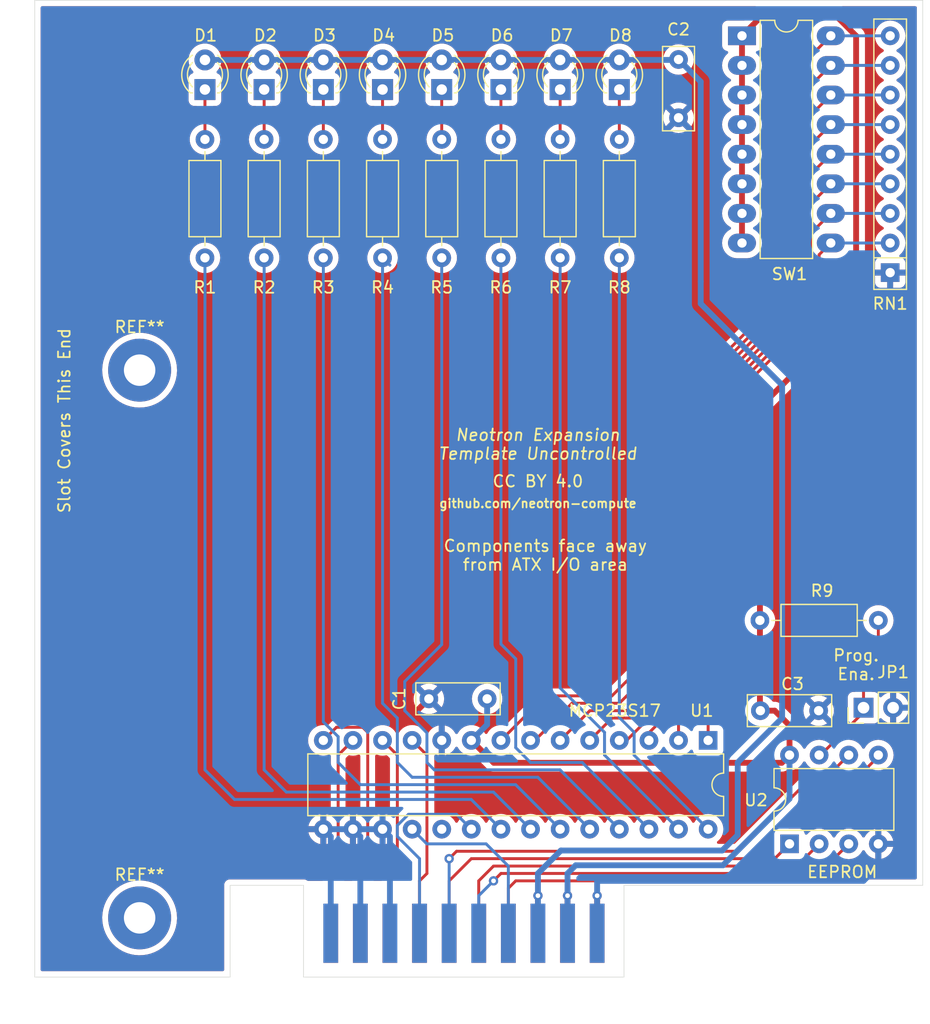
<source format=kicad_pcb>
(kicad_pcb (version 20211014) (generator pcbnew)
  (title_block (title "Neotron Expansion Template") (date "${date}") (rev "${version}") (company "https://neotron-compute.github.io/") (comment 1 "Licenced as CC BY 4.0") (comment 2 "Copyright (c) 2022 The Neotron Developers"))
  (layers (0 "F.Cu" signal) (31 "B.Cu" signal) (34 "B.Paste" user) (35 "F.Paste" user) (36 "B.SilkS" user "B.Silkscreen") (37 "F.SilkS" user "F.Silkscreen") (38 "B.Mask" user) (39 "F.Mask" user) (44 "Edge.Cuts" user))
  (property "date" "2000-01-01")
  (property "version" "Uncontrolled")
  (net 0 "")
  (net 1 "GND")
  (net 2 "+3V3")
  (net 3 "+5V")
  (net 4 "Net-(J1-Pad13)")
  (net 5 "Net-(J1-Pad12)")
  (net 6 "Net-(J1-Pad11)")
  (net 8 "Net-(D1-Pad1)")
  (net 9 "Net-(D2-Pad1)")
  (net 10 "Net-(D3-Pad1)")
  (net 11 "Net-(D4-Pad1)")
  (net 12 "Net-(D5-Pad1)")
  (net 13 "Net-(D6-Pad1)")
  (net 14 "Net-(D7-Pad1)")
  (net 15 "Net-(D8-Pad1)")
  (net 16 "/A0")
  (net 17 "/A1")
  (net 18 "/A2")
  (net 19 "/A3")
  (net 20 "/A4")
  (net 21 "/A5")
  (net 22 "/A6")
  (net 23 "/A7")
  (net 24 "/B7")
  (net 25 "/B6")
  (net 26 "/B5")
  (net 27 "/B4")
  (net 28 "/B3")
  (net 29 "/B2")
  (net 30 "/B1")
  (net 31 "/B0")
  (net 32 "/~{RESET}")
  (net 33 "/SCL")
  (net 34 "/SDA")
  (net 35 "/~{IRQ}")
  (net 36 "/~{CS}")
  (net 37 "/CLK")
  (net 38 "/CIPO")
  (net 39 "/COPI")
  (net 40 "/WP")
  (footprint "LED_THT:LED_D3.0mm" (layer "F.Cu") (at 34.925 27.977998 90)
    (fp_text reference "D1" (at 4.64 0.06 180) (layer "F.SilkS"))
    (fp_text value "LED")
    (pad "1" thru_hole rect locked (at 0 0 90) (size 1.8 1.8) (drill 0.9) (layers *.Cu *.Mask) (net 8 "Net-(D1-Pad1)"))
    (pad "2" thru_hole circle locked (at 2.54 0 90) (size 1.8 1.8) (drill 0.9) (layers *.Cu *.Mask) (net 3 "+5V"))
  )
  (footprint "LED_THT:LED_D3.0mm" (layer "F.Cu") (at 40.005 27.977998 90)
    (fp_text reference "D2" (at 4.64 0.1 180) (layer "F.SilkS"))
    (fp_text value "LED")
    (pad "1" thru_hole rect locked (at 0 0 90) (size 1.8 1.8) (drill 0.9) (layers *.Cu *.Mask) (net 9 "Net-(D2-Pad1)"))
    (pad "2" thru_hole circle locked (at 2.54 0 90) (size 1.8 1.8) (drill 0.9) (layers *.Cu *.Mask) (net 3 "+5V"))
  )
  (footprint "LED_THT:LED_D3.0mm" (layer "F.Cu") (at 45.085 27.977998 90)
    (fp_text reference "D3" (at 4.64 0.1 180) (layer "F.SilkS"))
    (fp_text value "LED")
    (pad "1" thru_hole rect locked (at 0 0 90) (size 1.8 1.8) (drill 0.9) (layers *.Cu *.Mask) (net 10 "Net-(D3-Pad1)"))
    (pad "2" thru_hole circle locked (at 2.54 0 90) (size 1.8 1.8) (drill 0.9) (layers *.Cu *.Mask) (net 3 "+5V"))
  )
  (footprint "LED_THT:LED_D3.0mm" (layer "F.Cu") (at 50.165 27.977998 90)
    (fp_text reference "D4" (at 4.64 0.1 180) (layer "F.SilkS"))
    (fp_text value "LED")
    (pad "1" thru_hole rect locked (at 0 0 90) (size 1.8 1.8) (drill 0.9) (layers *.Cu *.Mask) (net 11 "Net-(D4-Pad1)"))
    (pad "2" thru_hole circle locked (at 2.54 0 90) (size 1.8 1.8) (drill 0.9) (layers *.Cu *.Mask) (net 3 "+5V"))
  )
  (footprint "LED_THT:LED_D3.0mm" (layer "F.Cu") (at 55.245 27.977998 90)
    (fp_text reference "D5" (at 4.64 0.1 180) (layer "F.SilkS"))
    (fp_text value "LED")
    (pad "1" thru_hole rect locked (at 0 0 90) (size 1.8 1.8) (drill 0.9) (layers *.Cu *.Mask) (net 12 "Net-(D5-Pad1)"))
    (pad "2" thru_hole circle locked (at 2.54 0 90) (size 1.8 1.8) (drill 0.9) (layers *.Cu *.Mask) (net 3 "+5V"))
  )
  (footprint "LED_THT:LED_D3.0mm" (layer "F.Cu") (at 60.325 27.977998 90)
    (fp_text reference "D6" (at 4.64 0.1 180) (layer "F.SilkS"))
    (fp_text value "LED")
    (pad "1" thru_hole rect locked (at 0 0 90) (size 1.8 1.8) (drill 0.9) (layers *.Cu *.Mask) (net 13 "Net-(D6-Pad1)"))
    (pad "2" thru_hole circle locked (at 2.54 0 90) (size 1.8 1.8) (drill 0.9) (layers *.Cu *.Mask) (net 3 "+5V"))
  )
  (footprint "LED_THT:LED_D3.0mm" (layer "F.Cu") (at 65.405 27.977998 90)
    (fp_text reference "D7" (at 4.64 0.1 180) (layer "F.SilkS"))
    (fp_text value "LED")
    (pad "1" thru_hole rect locked (at 0 0 90) (size 1.8 1.8) (drill 0.9) (layers *.Cu *.Mask) (net 14 "Net-(D7-Pad1)"))
    (pad "2" thru_hole circle locked (at 2.54 0 90) (size 1.8 1.8) (drill 0.9) (layers *.Cu *.Mask) (net 3 "+5V"))
  )
  (footprint "LED_THT:LED_D3.0mm" (layer "F.Cu") (at 70.485 27.977998 90)
    (fp_text reference "D8" (at 4.64 0.1 180) (layer "F.SilkS"))
    (fp_text value "LED")
    (pad "1" thru_hole rect locked (at 0 0 90) (size 1.8 1.8) (drill 0.9) (layers *.Cu *.Mask) (net 15 "Net-(D8-Pad1)"))
    (pad "2" thru_hole circle locked (at 2.54 0 90) (size 1.8 1.8) (drill 0.9) (layers *.Cu *.Mask) (net 3 "+5V"))
  )
  (footprint "Neotron-Common-Hardware:Neotron-Expansion-Edge" (layer "F.Cu") (at 45.085 97.840013)
    (fp_text reference "J1")
    (fp_text value "Neotron-Expansion-Edge")
    (pad "1" smd rect (at 0.635 2.54) (size 1.27 5.08) (layers "F.Cu" "F.Mask") (net 39 "/COPI"))
    (pad "2" smd rect (at 0.635 2.54) (size 1.27 5.08) (layers "B.Cu" "B.Mask") (net 1 "GND"))
    (pad "3" smd rect (at 3.175 2.54) (size 1.27 5.08) (layers "F.Cu" "F.Mask") (net 38 "/CIPO"))
    (pad "4" smd rect (at 3.175 2.54) (size 1.27 5.08) (layers "B.Cu" "B.Mask") (net 1 "GND"))
    (pad "5" smd rect (at 5.715 2.54) (size 1.27 5.08) (layers "F.Cu" "F.Mask") (net 37 "/CLK"))
    (pad "6" smd rect (at 5.715 2.54) (size 1.27 5.08) (layers "B.Cu" "B.Mask") (net 1 "GND"))
    (pad "7" smd rect (at 8.255 2.54) (size 1.27 5.08) (layers "F.Cu" "F.Mask") (net 36 "/~{CS}"))
    (pad "8" smd rect (at 8.255 2.54) (size 1.27 5.08) (layers "B.Cu" "B.Mask") (net 35 "/~{IRQ}"))
    (pad "9" smd rect (at 10.795 2.54) (size 1.27 5.08) (layers "F.Cu" "F.Mask") (net 34 "/SDA"))
    (pad "10" smd rect (at 10.795 2.54) (size 1.27 5.08) (layers "B.Cu" "B.Mask") (net 33 "/SCL"))
    (pad "11" smd rect (at 13.335 2.54) (size 1.27 5.08) (layers "F.Cu" "F.Mask") (net 6 "Net-(J1-Pad11)"))
    (pad "12" smd rect (at 13.335 2.54) (size 1.27 5.08) (layers "B.Cu" "B.Mask") (net 5 "Net-(J1-Pad12)"))
    (pad "13" smd rect (at 15.875 2.54) (size 1.27 5.08) (layers "F.Cu" "F.Mask") (net 4 "Net-(J1-Pad13)"))
    (pad "14" smd rect (at 15.875 2.54) (size 1.27 5.08) (layers "B.Cu" "B.Mask") (net 32 "/~{RESET}"))
    (pad "15" smd rect (at 18.415 2.54) (size 1.27 5.08) (layers "F.Cu" "F.Mask") (net 3 "+5V"))
    (pad "16" smd rect (at 18.415 2.54) (size 1.27 5.08) (layers "B.Cu" "B.Mask") (net 3 "+5V"))
    (pad "17" smd rect (at 20.955 2.54) (size 1.27 5.08) (layers "F.Cu" "F.Mask") (net 2 "+3V3"))
    (pad "18" smd rect (at 20.955 2.54) (size 1.27 5.08) (layers "B.Cu" "B.Mask") (net 2 "+3V3"))
    (pad "19" smd rect (at 23.495 2.54) (size 1.27 5.08) (layers "F.Cu" "F.Mask") (net 1 "GND"))
    (pad "20" smd rect (at 23.495 2.54) (size 1.27 5.08) (layers "B.Cu" "B.Mask") (net 1 "GND"))
  )
  (footprint "Connector_PinHeader_2.54mm:PinHeader_1x02_P2.54mm_Vertical" (layer "F.Cu") (at 91.44 81.026 90)
    (fp_text reference "JP1" (at 3.048 2.54 180) (layer "F.SilkS"))
    (fp_text value "Two-way Jumper")
    (pad "1" thru_hole rect locked (at 0 0 90) (size 1.7 1.7) (drill 1) (layers *.Cu *.Mask) (net 40 "/WP"))
    (pad "2" thru_hole oval locked (at 0 2.54 90) (size 1.7 1.7) (drill 1) (layers *.Cu *.Mask) (net 1 "GND"))
  )
  (footprint "Resistor_THT:R_Axial_DIN0207_L6.3mm_D2.5mm_P10.16mm_Horizontal" (layer "F.Cu") (at 40.005 42.418 90)
    (fp_text reference "R2" (at -2.54 0 180) (layer "F.SilkS"))
    (fp_text value "330")
    (pad "1" thru_hole circle locked (at 0 0 90) (size 1.6 1.6) (drill 0.8) (layers *.Cu *.Mask) (net 17 "/A1"))
    (pad "2" thru_hole oval locked (at 10.16 0 90) (size 1.6 1.6) (drill 0.8) (layers *.Cu *.Mask) (net 9 "Net-(D2-Pad1)"))
  )
  (footprint "Resistor_THT:R_Axial_DIN0207_L6.3mm_D2.5mm_P10.16mm_Horizontal" (layer "F.Cu") (at 45.085 42.418 90)
    (fp_text reference "R3" (at -2.54 0 180) (layer "F.SilkS"))
    (fp_text value "330")
    (pad "1" thru_hole circle locked (at 0 0 90) (size 1.6 1.6) (drill 0.8) (layers *.Cu *.Mask) (net 18 "/A2"))
    (pad "2" thru_hole oval locked (at 10.16 0 90) (size 1.6 1.6) (drill 0.8) (layers *.Cu *.Mask) (net 10 "Net-(D3-Pad1)"))
  )
  (footprint "Resistor_THT:R_Axial_DIN0207_L6.3mm_D2.5mm_P10.16mm_Horizontal" (layer "F.Cu") (at 55.245 42.418 90)
    (fp_text reference "R5" (at -2.54 0 180) (layer "F.SilkS"))
    (fp_text value "330")
    (pad "1" thru_hole circle locked (at 0 0 90) (size 1.6 1.6) (drill 0.8) (layers *.Cu *.Mask) (net 20 "/A4"))
    (pad "2" thru_hole oval locked (at 10.16 0 90) (size 1.6 1.6) (drill 0.8) (layers *.Cu *.Mask) (net 12 "Net-(D5-Pad1)"))
  )
  (footprint "Package_DIP:DIP-28_W7.62mm" (layer "F.Cu") (at 78.105 83.83 -90)
    (fp_text reference "U1" (at -2.55 1.641 180) (layer "F.SilkS") (effects (justify left)))
    (fp_text value "MCP23S17")
    (pad "1" thru_hole rect locked (at 0 0 270) (size 1.6 1.6) (drill 0.8) (layers *.Cu *.Mask) (net 31 "/B0"))
    (pad "2" thru_hole oval locked (at 0 2.54 270) (size 1.6 1.6) (drill 0.8) (layers *.Cu *.Mask) (net 30 "/B1"))
    (pad "3" thru_hole oval locked (at 0 5.08 270) (size 1.6 1.6) (drill 0.8) (layers *.Cu *.Mask) (net 29 "/B2"))
    (pad "4" thru_hole oval locked (at 0 7.62 270) (size 1.6 1.6) (drill 0.8) (layers *.Cu *.Mask) (net 28 "/B3"))
    (pad "5" thru_hole oval locked (at 0 10.16 270) (size 1.6 1.6) (drill 0.8) (layers *.Cu *.Mask) (net 27 "/B4"))
    (pad "6" thru_hole oval locked (at 0 12.7 270) (size 1.6 1.6) (drill 0.8) (layers *.Cu *.Mask) (net 26 "/B5"))
    (pad "7" thru_hole oval locked (at 0 15.24 270) (size 1.6 1.6) (drill 0.8) (layers *.Cu *.Mask) (net 25 "/B6"))
    (pad "8" thru_hole oval locked (at 0 17.78 270) (size 1.6 1.6) (drill 0.8) (layers *.Cu *.Mask) (net 24 "/B7"))
    (pad "9" thru_hole oval locked (at 0 20.32 270) (size 1.6 1.6) (drill 0.8) (layers *.Cu *.Mask) (net 2 "+3V3"))
    (pad "10" thru_hole oval locked (at 0 22.86 270) (size 1.6 1.6) (drill 0.8) (layers *.Cu *.Mask) (net 1 "GND"))
    (pad "11" thru_hole oval locked (at 0 25.4 270) (size 1.6 1.6) (drill 0.8) (layers *.Cu *.Mask) (net 36 "/~{CS}"))
    (pad "12" thru_hole oval locked (at 0 27.94 270) (size 1.6 1.6) (drill 0.8) (layers *.Cu *.Mask) (net 37 "/CLK"))
    (pad "13" thru_hole oval locked (at 0 30.48 270) (size 1.6 1.6) (drill 0.8) (layers *.Cu *.Mask) (net 39 "/COPI"))
    (pad "14" thru_hole oval locked (at 0 33.02 270) (size 1.6 1.6) (drill 0.8) (layers *.Cu *.Mask) (net 38 "/CIPO"))
    (pad "15" thru_hole oval locked (at 7.62 33.02 270) (size 1.6 1.6) (drill 0.8) (layers *.Cu *.Mask) (net 1 "GND"))
    (pad "16" thru_hole oval locked (at 7.62 30.48 270) (size 1.6 1.6) (drill 0.8) (layers *.Cu *.Mask) (net 1 "GND"))
    (pad "17" thru_hole oval locked (at 7.62 27.94 270) (size 1.6 1.6) (drill 0.8) (layers *.Cu *.Mask) (net 1 "GND"))
    (pad "18" thru_hole oval locked (at 7.62 25.4 270) (size 1.6 1.6) (drill 0.8) (layers *.Cu *.Mask) (net 32 "/~{RESET}"))
    (pad "19" thru_hole oval locked (at 7.62 22.86 270) (size 1.6 1.6) (drill 0.8) (layers *.Cu *.Mask))
    (pad "20" thru_hole oval locked (at 7.62 20.32 270) (size 1.6 1.6) (drill 0.8) (layers *.Cu *.Mask) (net 35 "/~{IRQ}"))
    (pad "21" thru_hole oval locked (at 7.62 17.78 270) (size 1.6 1.6) (drill 0.8) (layers *.Cu *.Mask) (net 16 "/A0"))
    (pad "22" thru_hole oval locked (at 7.62 15.24 270) (size 1.6 1.6) (drill 0.8) (layers *.Cu *.Mask) (net 17 "/A1"))
    (pad "23" thru_hole oval locked (at 7.62 12.7 270) (size 1.6 1.6) (drill 0.8) (layers *.Cu *.Mask) (net 18 "/A2"))
    (pad "24" thru_hole oval locked (at 7.62 10.16 270) (size 1.6 1.6) (drill 0.8) (layers *.Cu *.Mask) (net 19 "/A3"))
    (pad "25" thru_hole oval locked (at 7.62 7.62 270) (size 1.6 1.6) (drill 0.8) (layers *.Cu *.Mask) (net 20 "/A4"))
    (pad "26" thru_hole oval locked (at 7.62 5.08 270) (size 1.6 1.6) (drill 0.8) (layers *.Cu *.Mask) (net 21 "/A5"))
    (pad "27" thru_hole oval locked (at 7.62 2.54 270) (size 1.6 1.6) (drill 0.8) (layers *.Cu *.Mask) (net 22 "/A6"))
    (pad "28" thru_hole oval locked (at 7.62 0 270) (size 1.6 1.6) (drill 0.8) (layers *.Cu *.Mask) (net 23 "/A7"))
  )
  (footprint "Package_DIP:DIP-8_W7.62mm" (layer "F.Cu") (at 85.09 92.71 90)
    (fp_text reference "U2" (at 3.75 -2.88 180) (layer "F.SilkS"))
    (fp_text value "34LC02")
    (pad "1" thru_hole rect locked (at 0 0 90) (size 1.6 1.6) (drill 0.8) (layers *.Cu *.Mask) (net 6 "Net-(J1-Pad11)"))
    (pad "2" thru_hole oval locked (at 0 2.54 90) (size 1.6 1.6) (drill 0.8) (layers *.Cu *.Mask) (net 5 "Net-(J1-Pad12)"))
    (pad "3" thru_hole oval locked (at 0 5.08 90) (size 1.6 1.6) (drill 0.8) (layers *.Cu *.Mask) (net 4 "Net-(J1-Pad13)"))
    (pad "4" thru_hole oval locked (at 0 7.62 90) (size 1.6 1.6) (drill 0.8) (layers *.Cu *.Mask) (net 1 "GND"))
    (pad "5" thru_hole oval locked (at 7.62 7.62 90) (size 1.6 1.6) (drill 0.8) (layers *.Cu *.Mask) (net 34 "/SDA"))
    (pad "6" thru_hole oval locked (at 7.62 5.08 90) (size 1.6 1.6) (drill 0.8) (layers *.Cu *.Mask) (net 33 "/SCL"))
    (pad "7" thru_hole oval locked (at 7.62 2.54 90) (size 1.6 1.6) (drill 0.8) (layers *.Cu *.Mask) (net 40 "/WP"))
    (pad "8" thru_hole oval locked (at 7.62 0 90) (size 1.6 1.6) (drill 0.8) (layers *.Cu *.Mask) (net 2 "+3V3"))
  )
  (footprint "Resistor_THT:R_Axial_DIN0207_L6.3mm_D2.5mm_P10.16mm_Horizontal" (layer "F.Cu") (at 70.485 42.418 90)
    (fp_text reference "R8" (at -2.54 0 180) (layer "F.SilkS"))
    (fp_text value "330")
    (pad "1" thru_hole circle locked (at 0 0 90) (size 1.6 1.6) (drill 0.8) (layers *.Cu *.Mask) (net 23 "/A7"))
    (pad "2" thru_hole oval locked (at 10.16 0 90) (size 1.6 1.6) (drill 0.8) (layers *.Cu *.Mask) (net 15 "Net-(D8-Pad1)"))
  )
  (footprint "Resistor_THT:R_Axial_DIN0207_L6.3mm_D2.5mm_P10.16mm_Horizontal" (layer "F.Cu") (at 60.325 42.418 90)
    (fp_text reference "R6" (at -2.54 0 180) (layer "F.SilkS"))
    (fp_text value "330")
    (pad "1" thru_hole circle locked (at 0 0 90) (size 1.6 1.6) (drill 0.8) (layers *.Cu *.Mask) (net 21 "/A5"))
    (pad "2" thru_hole oval locked (at 10.16 0 90) (size 1.6 1.6) (drill 0.8) (layers *.Cu *.Mask) (net 13 "Net-(D6-Pad1)"))
  )
  (footprint "Capacitor_THT:C_Disc_D7.0mm_W2.5mm_P5.00mm" (layer "F.Cu") (at 75.565 25.4 -90)
    (fp_text reference "C2" (at -2.58 0) (layer "F.SilkS"))
    (fp_text value "100n")
    (pad "1" thru_hole circle locked (at 0 0 270) (size 1.6 1.6) (drill 0.8) (layers *.Cu *.Mask) (net 3 "+5V"))
    (pad "2" thru_hole circle locked (at 5 0 270) (size 1.6 1.6) (drill 0.8) (layers *.Cu *.Mask) (net 1 "GND"))
  )
  (footprint "Capacitor_THT:C_Disc_D7.0mm_W2.5mm_P5.00mm" (layer "F.Cu") (at 82.59 81.28)
    (fp_text reference "C3" (at 2.754 -2.286) (layer "F.SilkS"))
    (fp_text value "100n")
    (pad "1" thru_hole circle locked (at 0 0) (size 1.6 1.6) (drill 0.8) (layers *.Cu *.Mask) (net 2 "+3V3"))
    (pad "2" thru_hole circle locked (at 5 0) (size 1.6 1.6) (drill 0.8) (layers *.Cu *.Mask) (net 1 "GND"))
  )
  (footprint "Resistor_THT:R_Axial_DIN0207_L6.3mm_D2.5mm_P10.16mm_Horizontal" (layer "F.Cu") (at 92.71 73.533 180)
    (fp_text reference "R9" (at 4.826 2.54 180) (layer "F.SilkS"))
    (fp_text value "10k")
    (pad "1" thru_hole circle locked (at 0 0 180) (size 1.6 1.6) (drill 0.8) (layers *.Cu *.Mask) (net 40 "/WP"))
    (pad "2" thru_hole oval locked (at 10.16 0 180) (size 1.6 1.6) (drill 0.8) (layers *.Cu *.Mask) (net 2 "+3V3"))
  )
  (footprint "Resistor_THT:R_Axial_DIN0207_L6.3mm_D2.5mm_P10.16mm_Horizontal" (layer "F.Cu") (at 34.925 42.418 90)
    (fp_text reference "R1" (at -2.54 0 180) (layer "F.SilkS"))
    (fp_text value "330")
    (pad "1" thru_hole circle locked (at 0 0 90) (size 1.6 1.6) (drill 0.8) (layers *.Cu *.Mask) (net 16 "/A0"))
    (pad "2" thru_hole oval locked (at 10.16 0 90) (size 1.6 1.6) (drill 0.8) (layers *.Cu *.Mask) (net 8 "Net-(D1-Pad1)"))
  )
  (footprint "Resistor_THT:R_Axial_DIN0207_L6.3mm_D2.5mm_P10.16mm_Horizontal" (layer "F.Cu") (at 65.405 42.418 90)
    (fp_text reference "R7" (at -2.54 0 180) (layer "F.SilkS"))
    (fp_text value "330")
    (pad "1" thru_hole circle locked (at 0 0 90) (size 1.6 1.6) (drill 0.8) (layers *.Cu *.Mask) (net 22 "/A6"))
    (pad "2" thru_hole oval locked (at 10.16 0 90) (size 1.6 1.6) (drill 0.8) (layers *.Cu *.Mask) (net 14 "Net-(D7-Pad1)"))
  )
  (footprint "Capacitor_THT:C_Disc_D7.0mm_W2.5mm_P5.00mm" (layer "F.Cu") (at 59.142 80.264 180)
    (fp_text reference "C1" (at 7.53999 0 90) (layer "F.SilkS"))
    (fp_text value "100n")
    (pad "1" thru_hole circle locked (at 0 0 180) (size 1.6 1.6) (drill 0.8) (layers *.Cu *.Mask) (net 2 "+3V3"))
    (pad "2" thru_hole circle locked (at 5 0 180) (size 1.6 1.6) (drill 0.8) (layers *.Cu *.Mask) (net 1 "GND"))
  )
  (footprint "Resistor_THT:R_Array_SIP9" (layer "F.Cu") (at 93.726 43.688 90)
    (fp_text reference "RN1" (at -2.667 0 180) (layer "F.SilkS"))
    (fp_text value "10k")
    (pad "1" thru_hole rect locked (at 0 0 90) (size 1.6 1.6) (drill 0.8) (layers *.Cu *.Mask) (net 1 "GND"))
    (pad "2" thru_hole oval locked (at 2.54 0 90) (size 1.6 1.6) (drill 0.8) (layers *.Cu *.Mask) (net 31 "/B0"))
    (pad "3" thru_hole oval locked (at 5.08 0 90) (size 1.6 1.6) (drill 0.8) (layers *.Cu *.Mask) (net 30 "/B1"))
    (pad "4" thru_hole oval locked (at 7.62 0 90) (size 1.6 1.6) (drill 0.8) (layers *.Cu *.Mask) (net 29 "/B2"))
    (pad "5" thru_hole oval locked (at 10.16 0 90) (size 1.6 1.6) (drill 0.8) (layers *.Cu *.Mask) (net 28 "/B3"))
    (pad "6" thru_hole oval locked (at 12.7 0 90) (size 1.6 1.6) (drill 0.8) (layers *.Cu *.Mask) (net 27 "/B4"))
    (pad "7" thru_hole oval locked (at 15.24 0 90) (size 1.6 1.6) (drill 0.8) (layers *.Cu *.Mask) (net 26 "/B5"))
    (pad "8" thru_hole oval locked (at 17.78 0 90) (size 1.6 1.6) (drill 0.8) (layers *.Cu *.Mask) (net 25 "/B6"))
    (pad "9" thru_hole oval locked (at 20.32 0 90) (size 1.6 1.6) (drill 0.8) (layers *.Cu *.Mask) (net 24 "/B7"))
  )
  (footprint "Package_DIP:DIP-16_W7.62mm_LongPads" (layer "F.Cu") (at 81.011 23.368)
    (fp_text reference "SW1" (at 4.079 20.447 180) (layer "F.SilkS"))
    (fp_text value "SW_DIP_x08")
    (pad "1" thru_hole rect locked (at 0 0) (size 2.4 1.6) (drill 0.8) (layers *.Cu *.Mask) (net 2 "+3V3"))
    (pad "2" thru_hole oval locked (at 0 2.54) (size 2.4 1.6) (drill 0.8) (layers *.Cu *.Mask) (net 2 "+3V3"))
    (pad "3" thru_hole oval locked (at 0 5.08) (size 2.4 1.6) (drill 0.8) (layers *.Cu *.Mask) (net 2 "+3V3"))
    (pad "4" thru_hole oval locked (at 0 7.62) (size 2.4 1.6) (drill 0.8) (layers *.Cu *.Mask) (net 2 "+3V3"))
    (pad "5" thru_hole oval locked (at 0 10.16) (size 2.4 1.6) (drill 0.8) (layers *.Cu *.Mask) (net 2 "+3V3"))
    (pad "6" thru_hole oval locked (at 0 12.7) (size 2.4 1.6) (drill 0.8) (layers *.Cu *.Mask) (net 2 "+3V3"))
    (pad "7" thru_hole oval locked (at 0 15.24) (size 2.4 1.6) (drill 0.8) (layers *.Cu *.Mask) (net 2 "+3V3"))
    (pad "8" thru_hole oval locked (at 0 17.78) (size 2.4 1.6) (drill 0.8) (layers *.Cu *.Mask) (net 2 "+3V3"))
    (pad "9" thru_hole oval locked (at 7.62 17.78) (size 2.4 1.6) (drill 0.8) (layers *.Cu *.Mask) (net 31 "/B0"))
    (pad "10" thru_hole oval locked (at 7.62 15.24) (size 2.4 1.6) (drill 0.8) (layers *.Cu *.Mask) (net 30 "/B1"))
    (pad "11" thru_hole oval locked (at 7.62 12.7) (size 2.4 1.6) (drill 0.8) (layers *.Cu *.Mask) (net 29 "/B2"))
    (pad "12" thru_hole oval locked (at 7.62 10.16) (size 2.4 1.6) (drill 0.8) (layers *.Cu *.Mask) (net 28 "/B3"))
    (pad "13" thru_hole oval locked (at 7.62 7.62) (size 2.4 1.6) (drill 0.8) (layers *.Cu *.Mask) (net 27 "/B4"))
    (pad "14" thru_hole oval locked (at 7.62 5.08) (size 2.4 1.6) (drill 0.8) (layers *.Cu *.Mask) (net 26 "/B5"))
    (pad "15" thru_hole oval locked (at 7.62 2.54) (size 2.4 1.6) (drill 0.8) (layers *.Cu *.Mask) (net 25 "/B6"))
    (pad "16" thru_hole oval locked (at 7.62 0) (size 2.4 1.6) (drill 0.8) (layers *.Cu *.Mask) (net 24 "/B7"))
  )
  (footprint "Resistor_THT:R_Axial_DIN0207_L6.3mm_D2.5mm_P10.16mm_Horizontal" (layer "F.Cu") (at 50.165 42.418 90)
    (fp_text reference "R4" (at -2.54 0 180) (layer "F.SilkS"))
    (fp_text value "330")
    (pad "1" thru_hole circle (at 0 0 90) (size 1.6 1.6) (drill 0.8) (layers *.Cu *.Mask) (net 19 "/A3"))
    (pad "2" thru_hole oval (at 10.16 0 90) (size 1.6 1.6) (drill 0.8) (layers *.Cu *.Mask) (net 11 "Net-(D4-Pad1)"))
  )
  (footprint "MountingHole:MountingHole_2.7mm_M2.5_Pad" (layer "F.Cu") (at 29.32 99.06)
    (fp_text reference "REF**" (at 0 -3.7) (layer "F.SilkS"))
    (fp_text value "MountingHole_2.7mm_M2.5_Pad")
    (pad "1" thru_hole circle (at 0 0) (size 5.4 5.4) (drill 2.7) (layers *.Cu *.Mask))
  )
  (footprint "MountingHole:MountingHole_2.7mm_M2.5_Pad" (layer "F.Cu") (at 29.320007 52.06)
    (fp_text reference "REF**" (at 0 -3.7) (layer "F.SilkS"))
    (fp_text value "MountingHole_2.7mm_M2.5_Pad")
    (pad "1" thru_hole circle (at 0 0) (size 5.4 5.4) (drill 2.7) (layers *.Cu *.Mask))
  )
  (gr_line (start 96.52 20.32) (end 20.32 20.32) (layer "Edge.Cuts") (width 0.05))
  (gr_line (start 43.385 104.14) (end 70.885 104.14) (layer "Edge.Cuts") (width 0.05))
  (gr_line (start 37.084 104.14) (end 20.32 104.14) (layer "Edge.Cuts") (width 0.05))
  (gr_line (start 96.52 20.32) (end 96.52 96.266) (layer "Edge.Cuts") (width 0.05))
  (gr_line (start 43.385 104.14) (end 43.385 96.266) (layer "Edge.Cuts") (width 0.05))
  (gr_line (start 70.885 104.14) (end 70.885 96.266) (layer "Edge.Cuts") (width 0.05))
  (gr_line (start 43.385 96.266) (end 37.084 96.266) (layer "Edge.Cuts") (width 0.05))
  (gr_line (start 70.885 96.266) (end 96.52 96.266) (layer "Edge.Cuts") (width 0.05))
  (gr_line (start 20.32 20.32) (end 20.32 104.14) (layer "Edge.Cuts") (width 0.05))
  (gr_line (start 37.084 96.266) (end 37.084 104.14) (layer "Edge.Cuts") (width 0.05))
  (gr_text "CC BY 4.0" (at 63.5 61.595) (layer "F.SilkS") (effects (font (size 1 1))))
  (gr_text "Slot Covers This End" (at 22.86 56.388 90) (layer "F.SilkS") (effects (font (size 1 1))))
  (gr_text "EEPROM" (at 92.71 95.123) (layer "F.SilkS") (effects (font (size 1 1)) (justify right)))
  (gr_text "MCP23S17" (at 66.04 81.28) (layer "F.SilkS") (effects (font (size 1 1)) (justify left)))
  (gr_text "github.com/neotron-compute" (at 63.5 63.5) (layer "F.SilkS") (effects (font (size 0.75 0.75))))
  (gr_text "Components face away\nfrom ATX I/O area" (at 64.135 67.945) (layer "F.SilkS") (effects (font (size 1 1))))
  (gr_text "Neotron Expansion\nTemplate ${version}" (at 63.5 58.42) (layer "F.SilkS") (effects (font (size 1 1) (thickness 0.15) italic)))
  (gr_text "Prog.\nEna." (at 90.805 77.343) (layer "F.SilkS") (effects (font (size 1 1))))
  (segment (start 68.58 97.155) (end 68.58 100.38) (width 0.5) (layer "F.Cu") (net 1))
  (via (at 68.58 97.155) (size 0.8) (drill 0.4) (layers "F.Cu" "B.Cu") (net 1))
  (segment (start 50.8 92.085) (end 50.165 91.45) (width 0.5) (layer "B.Cu") (net 1))
  (segment (start 92.71 94.615) (end 92.71 92.71) (width 0.5) (layer "B.Cu") (net 1))
  (segment (start 91.44 95.885) (end 92.71 94.615) (width 0.5) (layer "B.Cu") (net 1))
  (segment (start 68.58 95.885) (end 91.44 95.885) (width 0.5) (layer "B.Cu") (net 1))
  (segment (start 45.72 92.085) (end 45.085 91.45) (width 0.5) (layer "B.Cu") (net 1))
  (segment (start 68.58 97.155) (end 68.58 95.885) (width 0.5) (layer "B.Cu") (net 1))
  (segment (start 48.26 92.085) (end 47.625 91.45) (width 0.5) (layer "B.Cu") (net 1))
  (segment (start 45.72 100.38) (end 45.72 92.085) (width 0.5) (layer "B.Cu") (net 1))
  (segment (start 48.26 100.38) (end 48.26 92.085) (width 0.5) (layer "B.Cu") (net 1))
  (segment (start 68.58 97.155) (end 68.58 100.38) (width 0.5) (layer "B.Cu") (net 1))
  (segment (start 50.8 100.38) (end 50.8 92.085) (width 0.5) (layer "B.Cu") (net 1))
  (segment (start 89.020088 21.59) (end 82.789 21.59) (width 0.5) (layer "F.Cu") (net 2))
  (segment (start 90.805 46.99) (end 90.805 23.374912) (width 0.5) (layer "F.Cu") (net 2))
  (segment (start 85.09 82.55) (end 83.82 81.28) (width 0.5) (layer "F.Cu") (net 2))
  (segment (start 82.55 74.168) (end 82.55 81.24) (width 0.5) (layer "F.Cu") (net 2))
  (segment (start 59.707991 85.752991) (end 84.427009 85.752991) (width 0.5) (layer "F.Cu") (net 2))
  (segment (start 84.427009 85.752991) (end 85.09 85.09) (width 0.5) (layer "F.Cu") (net 2))
  (segment (start 83.82 81.28) (end 82.59 81.28) (width 0.5) (layer "F.Cu") (net 2))
  (segment (start 82.789 21.59) (end 81.011 23.368) (width 0.5) (layer "F.Cu") (net 2))
  (segment (start 66.04 97.155) (end 66.04 100.38) (width 0.5) (layer "F.Cu") (net 2))
  (segment (start 90.805 23.374912) (end 89.020088 21.59) (width 0.5) (layer "F.Cu") (net 2))
  (segment (start 85.09 85.09) (end 85.09 82.55) (width 0.5) (layer "F.Cu") (net 2))
  (segment (start 82.55 55.245) (end 90.805 46.99) (width 0.5) (layer "F.Cu") (net 2))
  (segment (start 82.55 73.533) (end 82.55 55.245) (width 0.5) (layer "F.Cu") (net 2))
  (segment (start 81.011 23.368) (end 81.011 41.148) (width 0.5) (layer "F.Cu") (net 2))
  (segment (start 57.785 83.83) (end 59.707991 85.752991) (width 0.5) (layer "F.Cu") (net 2))
  (via (at 66.04 97.155) (size 0.8) (drill 0.4) (layers "F.Cu" "B.Cu") (net 2))
  (segment (start 66.04 97.155) (end 66.04 100.38) (width 0.5) (layer "B.Cu") (net 2))
  (segment (start 66.73952 94.55048) (end 79.375 94.55048) (width 0.5) (layer "B.Cu") (net 2))
  (segment (start 66.04 97.155) (end 66.04 95.25) (width 0.5) (layer "B.Cu") (net 2))
  (segment (start 85.09 88.83548) (end 85.09 85.09) (width 0.5) (layer "B.Cu") (net 2))
  (segment (start 59.142 82.473) (end 57.785 83.83) (width 0.5) (layer "B.Cu") (net 2))
  (segment (start 66.04 95.25) (end 66.73952 94.55048) (width 0.5) (layer "B.Cu") (net 2))
  (segment (start 79.375 94.55048) (end 85.09 88.83548) (width 0.5) (layer "B.Cu") (net 2))
  (segment (start 59.142 80.264) (end 59.142 82.473) (width 0.5) (layer "B.Cu") (net 2))
  (segment (start 63.5 97.155) (end 63.5 100.38) (width 0.5) (layer "F.Cu") (net 3))
  (via (at 63.5 97.155) (size 0.8) (drill 0.4) (layers "F.Cu" "B.Cu") (net 3))
  (segment (start 84.455 53.34) (end 77.47 46.355) (width 0.5) (layer "B.Cu") (net 3))
  (segment (start 34.925 25.437998) (end 75.527002 25.437998) (width 0.5) (layer "B.Cu") (net 3))
  (segment (start 63.5 95.25) (end 65.46952 93.28048) (width 0.5) (layer "B.Cu") (net 3))
  (segment (start 65.46952 93.28048) (end 79.31048 93.28048) (width 0.5) (layer "B.Cu") (net 3))
  (segment (start 80.645 85.725) (end 84.455 81.915) (width 0.5) (layer "B.Cu") (net 3))
  (segment (start 80.645 91.94596) (end 80.645 85.725) (width 0.5) (layer "B.Cu") (net 3))
  (segment (start 84.455 81.915) (end 84.455 53.34) (width 0.5) (layer "B.Cu") (net 3))
  (segment (start 77.47 46.355) (end 77.47 44.45) (width 0.5) (layer "B.Cu") (net 3))
  (segment (start 79.31048 93.28048) (end 80.645 91.94596) (width 0.5) (layer "B.Cu") (net 3))
  (segment (start 63.5 97.155) (end 63.5 95.25) (width 0.5) (layer "B.Cu") (net 3))
  (segment (start 77.47 27.305) (end 75.565 25.4) (width 0.5) (layer "B.Cu") (net 3))
  (segment (start 77.47 44.45) (end 77.47 27.305) (width 0.5) (layer "B.Cu") (net 3))
  (segment (start 63.5 97.155) (end 63.5 100.38) (width 0.5) (layer "B.Cu") (net 3))
  (segment (start 86.995 95.885) (end 90.307008 92.572992) (width 0.25) (layer "F.Cu") (net 4))
  (segment (start 60.96 100.38) (end 60.96 96.52) (width 0.25) (layer "F.Cu") (net 4))
  (segment (start 60.96 96.52) (end 61.595 95.885) (width 0.25) (layer "F.Cu") (net 4))
  (segment (start 61.595 95.885) (end 86.995 95.885) (width 0.25) (layer "F.Cu") (net 4))
  (segment (start 87.767008 92.572992) (end 85.09 95.25) (width 0.25) (layer "F.Cu") (net 5))
  (segment (start 85.09 95.25) (end 60.325 95.25) (width 0.25) (layer "F.Cu") (net 5))
  (segment (start 60.325 95.25) (end 59.69 95.885) (width 0.25) (layer "F.Cu") (net 5))
  (via (at 59.69 95.885) (size 0.8) (drill 0.4) (layers "F.Cu" "B.Cu") (net 5))
  (segment (start 58.42 100.38) (end 58.42 97.155) (width 0.25) (layer "B.Cu") (net 5))
  (segment (start 58.42 97.155) (end 59.69 95.885) (width 0.25) (layer "B.Cu") (net 5))
  (segment (start 59.69 94.615) (end 83.185 94.615) (width 0.25) (layer "F.Cu") (net 6))
  (segment (start 83.185 94.615) (end 85.227008 92.572992) (width 0.25) (layer "F.Cu") (net 6))
  (segment (start 58.42 100.38) (end 58.42 95.885) (width 0.25) (layer "F.Cu") (net 6))
  (segment (start 58.42 95.885) (end 59.69 94.615) (width 0.25) (layer "F.Cu") (net 6))
  (segment (start 34.925 27.977998) (end 34.925 32.258) (width 0.25) (layer "F.Cu") (net 8))
  (segment (start 40.005 27.977998) (end 40.005 32.258) (width 0.25) (layer "F.Cu") (net 9))
  (segment (start 45.085 27.977998) (end 45.085 32.258) (width 0.25) (layer "F.Cu") (net 10))
  (segment (start 50.165 27.977998) (end 50.165 32.258) (width 0.25) (layer "F.Cu") (net 11))
  (segment (start 55.245 27.977998) (end 55.245 32.258) (width 0.25) (layer "F.Cu") (net 12))
  (segment (start 60.325 27.977998) (end 60.325 32.258) (width 0.25) (layer "F.Cu") (net 13))
  (segment (start 65.405 27.977998) (end 65.405 32.258) (width 0.25) (layer "F.Cu") (net 14))
  (segment (start 70.485 27.977998) (end 70.485 32.258) (width 0.25) (layer "F.Cu") (net 15))
  (segment (start 57.775 88.9) (end 37.465 88.9) (width 0.25) (layer "B.Cu") (net 16))
  (segment (start 60.325 91.45) (end 57.775 88.9) (width 0.25) (layer "B.Cu") (net 16))
  (segment (start 37.465 88.9) (end 34.925 86.36) (width 0.25) (layer "B.Cu") (net 16))
  (segment (start 34.925 86.36) (end 34.925 42.418) (width 0.25) (layer "B.Cu") (net 16))
  (segment (start 40.005 42.418) (end 40.005 86.36) (width 0.25) (layer "B.Cu") (net 17))
  (segment (start 40.005 86.36) (end 41.91 88.265) (width 0.25) (layer "B.Cu") (net 17))
  (segment (start 41.91 88.265) (end 59.68 88.265) (width 0.25) (layer "B.Cu") (net 17))
  (segment (start 59.68 88.265) (end 62.865 91.45) (width 0.25) (layer "B.Cu") (net 17))
  (segment (start 46.355 83.509009) (end 45.085 82.239009) (width 0.25) (layer "B.Cu") (net 18))
  (segment (start 46.355 85.725) (end 46.355 83.509009) (width 0.25) (layer "B.Cu") (net 18))
  (segment (start 45.085 82.239009) (end 45.085 42.418) (width 0.25) (layer "B.Cu") (net 18))
  (segment (start 48.26 87.63) (end 46.355 85.725) (width 0.25) (layer "B.Cu") (net 18))
  (segment (start 65.405 91.45) (end 61.585 87.63) (width 0.25) (layer "B.Cu") (net 18))
  (segment (start 61.585 87.63) (end 48.26 87.63) (width 0.25) (layer "B.Cu") (net 18))
  (segment (start 50.165 42.418) (end 50.8 43.053) (width 0.25) (layer "B.Cu") (net 19))
  (segment (start 50.165 42.418) (end 50.165 80.645) (width 0.25) (layer "B.Cu") (net 19))
  (segment (start 51.435 81.915) (end 51.435 85.725) (width 0.25) (layer "B.Cu") (net 19))
  (segment (start 50.165 80.645) (end 51.435 81.915) (width 0.25) (layer "B.Cu") (net 19))
  (segment (start 51.435 85.725) (end 52.705 86.995) (width 0.25) (layer "B.Cu") (net 19))
  (segment (start 63.49 86.995) (end 67.945 91.45) (width 0.25) (layer "B.Cu") (net 19))
  (segment (start 52.705 86.995) (end 63.49 86.995) (width 0.25) (layer "B.Cu") (net 19))
  (segment (start 65.395 86.36) (end 70.485 91.45) (width 0.25) (layer "B.Cu") (net 20))
  (segment (start 52.07 81.28) (end 53.975 83.185) (width 0.25) (layer "B.Cu") (net 20))
  (segment (start 55.245 75.6031) (end 52.07 78.7781) (width 0.25) (layer "B.Cu") (net 20))
  (segment (start 53.975 83.185) (end 53.975 85.725) (width 0.25) (layer "B.Cu") (net 20))
  (segment (start 54.61 86.36) (end 65.395 86.36) (width 0.25) (layer "B.Cu") (net 20))
  (segment (start 55.245 42.418) (end 55.245 75.6031) (width 0.25) (layer "B.Cu") (net 20))
  (segment (start 52.07 78.7781) (end 52.07 81.28) (width 0.25) (layer "B.Cu") (net 20))
  (segment (start 53.975 85.725) (end 54.61 86.36) (width 0.25) (layer "B.Cu") (net 20))
  (segment (start 73.025 91.45) (end 67.3 85.725) (width 0.25) (layer "B.Cu") (net 21))
  (segment (start 61.595 84.455) (end 61.595 76.835) (width 0.25) (layer "B.Cu") (net 21))
  (segment (start 60.325 75.565) (end 60.325 42.418) (width 0.25) (layer "B.Cu") (net 21))
  (segment (start 62.865 85.725) (end 61.595 84.455) (width 0.25) (layer "B.Cu") (net 21))
  (segment (start 67.3 85.725) (end 62.865 85.725) (width 0.25) (layer "B.Cu") (net 21))
  (segment (start 61.595 76.835) (end 60.325 75.565) (width 0.25) (layer "B.Cu") (net 21))
  (segment (start 65.405 79.3287) (end 65.405 42.418) (width 0.25) (layer "B.Cu") (net 22))
  (segment (start 69.215 85.09) (end 69.215 83.1387) (width 0.25) (layer "B.Cu") (net 22))
  (segment (start 69.215 83.1387) (end 65.405 79.3287) (width 0.25) (layer "B.Cu") (net 22))
  (segment (start 75.575 91.45) (end 69.215 85.09) (width 0.25) (layer "B.Cu") (net 22))
  (segment (start 71.755 85.1) (end 78.105 91.45) (width 0.25) (layer "B.Cu") (net 23))
  (segment (start 71.755 83.1387) (end 71.755 85.1) (width 0.25) (layer "B.Cu") (net 23))
  (segment (start 70.485 42.418) (end 70.485 81.8687) (width 0.25) (layer "B.Cu") (net 23))
  (segment (start 70.485 81.8687) (end 71.755 83.1387) (width 0.25) (layer "B.Cu") (net 23))
  (segment (start 83.182846 46.987846) (end 73.66 56.510692) (width 0.25) (layer "F.Cu") (net 24))
  (segment (start 73.66 56.510692) (end 73.66 76.199641) (width 0.25) (layer "F.Cu") (net 24))
  (segment (start 69.849641 80.01) (end 64.145 80.01) (width 0.25) (layer "F.Cu") (net 24))
  (segment (start 73.66 76.199641) (end 69.849641 80.01) (width 0.25) (layer "F.Cu") (net 24))
  (segment (start 83.182846 28.816154) (end 83.182846 46.987846) (width 0.25) (layer "F.Cu") (net 24))
  (segment (start 64.145 80.01) (end 60.696 83.459) (width 0.25) (layer "F.Cu") (net 24))
  (segment (start 88.631 23.368) (end 83.182846 28.816154) (width 0.25) (layer "F.Cu") (net 24))
  (segment (start 88.631 23.368) (end 93.726 23.368) (width 0.25) (layer "B.Cu") (net 24))
  (segment (start 63.236 83.83) (end 66.421 80.645) (width 0.25) (layer "F.Cu") (net 25))
  (segment (start 83.818205 46.988205) (end 83.818205 30.720795) (width 0.25) (layer "F.Cu") (net 25))
  (segment (start 66.421 80.645) (end 70.485 80.645) (width 0.25) (layer "F.Cu") (net 25))
  (segment (start 74.295 56.51141) (end 83.818205 46.988205) (width 0.25) (layer "F.Cu") (net 25))
  (segment (start 83.818205 30.720795) (end 88.631 25.908) (width 0.25) (layer "F.Cu") (net 25))
  (segment (start 74.295 76.835) (end 74.295 56.51141) (width 0.25) (layer "F.Cu") (net 25))
  (segment (start 70.485 80.645) (end 74.295 76.835) (width 0.25) (layer "F.Cu") (net 25))
  (segment (start 88.631 25.908) (end 93.726 25.908) (width 0.25) (layer "B.Cu") (net 25))
  (segment (start 74.93 56.512128) (end 84.455 46.987128) (width 0.25) (layer "F.Cu") (net 26))
  (segment (start 74.93 77.47) (end 74.93 56.512128) (width 0.25) (layer "F.Cu") (net 26))
  (segment (start 84.455 46.987128) (end 84.455 32.624) (width 0.25) (layer "F.Cu") (net 26))
  (segment (start 67.955 81.28) (end 71.12 81.28) (width 0.25) (layer "F.Cu") (net 26))
  (segment (start 65.776 83.459) (end 67.955 81.28) (width 0.25) (layer "F.Cu") (net 26))
  (segment (start 84.455 32.624) (end 88.631 28.448) (width 0.25) (layer "F.Cu") (net 26))
  (segment (start 71.12 81.28) (end 74.93 77.47) (width 0.25) (layer "F.Cu") (net 26))
  (segment (start 88.631 28.448) (end 93.726 28.448) (width 0.25) (layer "B.Cu") (net 26))
  (segment (start 75.565 56.512846) (end 75.565 78.105) (width 0.25) (layer "F.Cu") (net 27))
  (segment (start 88.631 30.988) (end 85.09 34.529) (width 0.25) (layer "F.Cu") (net 27))
  (segment (start 69.86 81.915) (end 68.316 83.459) (width 0.25) (layer "F.Cu") (net 27))
  (segment (start 71.755 81.915) (end 69.86 81.915) (width 0.25) (layer "F.Cu") (net 27))
  (segment (start 85.09 46.987846) (end 75.565 56.512846) (width 0.25) (layer "F.Cu") (net 27))
  (segment (start 85.09 34.529) (end 85.09 46.987846) (width 0.25) (layer "F.Cu") (net 27))
  (segment (start 75.565 78.105) (end 71.755 81.915) (width 0.25) (layer "F.Cu") (net 27))
  (segment (start 88.631 30.988) (end 93.726 30.988) (width 0.25) (layer "B.Cu") (net 27))
  (segment (start 76.2 56.513564) (end 85.725 46.988564) (width 0.25) (layer "F.Cu") (net 28))
  (segment (start 76.2 78.74) (end 76.2 56.513564) (width 0.25) (layer "F.Cu") (net 28))
  (segment (start 85.725 46.988564) (end 85.725 36.434) (width 0.25) (layer "F.Cu") (net 28))
  (segment (start 85.725 36.434) (end 88.631 33.528) (width 0.25) (layer "F.Cu") (net 28))
  (segment (start 71.11 83.83) (end 76.2 78.74) (width 0.25) (layer "F.Cu") (net 28))
  (segment (start 88.631 33.528) (end 93.726 33.528) (width 0.25) (layer "B.Cu") (net 28))
  (segment (start 76.834641 79.375359) (end 76.834641 56.514641) (width 0.25) (layer "F.Cu") (net 29))
  (segment (start 86.36 38.339) (end 88.631 36.068) (width 0.25) (layer "F.Cu") (net 29))
  (segment (start 86.36 46.989282) (end 86.36 38.339) (width 0.25) (layer "F.Cu") (net 29))
  (segment (start 76.834641 56.514641) (end 86.36 46.989282) (width 0.25) (layer "F.Cu") (net 29))
  (segment (start 73.025 83.185) (end 76.834641 79.375359) (width 0.25) (layer "F.Cu") (net 29))
  (segment (start 88.631 36.068) (end 93.726 36.068) (width 0.25) (layer "B.Cu") (net 29))
  (segment (start 77.47 56.515) (end 77.47 80.01) (width 0.25) (layer "F.Cu") (net 30))
  (segment (start 86.995 40.244) (end 86.995 46.99) (width 0.25) (layer "F.Cu") (net 30))
  (segment (start 86.995 46.99) (end 77.47 56.515) (width 0.25) (layer "F.Cu") (net 30))
  (segment (start 88.631 38.608) (end 86.995 40.244) (width 0.25) (layer "F.Cu") (net 30))
  (segment (start 75.565 81.915) (end 75.565 83.459) (width 0.25) (layer "F.Cu") (net 30))
  (segment (start 77.47 80.01) (end 75.565 81.915) (width 0.25) (layer "F.Cu") (net 30))
  (segment (start 88.631 38.608) (end 93.726 38.608) (width 0.25) (layer "B.Cu") (net 30))
  (segment (start 78.105 83.459) (end 78.105 56.515718) (width 0.25) (layer "F.Cu") (net 31))
  (segment (start 87.63 46.990718) (end 87.63 42.149) (width 0.25) (layer "F.Cu") (net 31))
  (segment (start 87.63 42.149) (end 88.631 41.148) (width 0.25) (layer "F.Cu") (net 31))
  (segment (start 78.105 56.515718) (end 87.63 46.990718) (width 0.25) (layer "F.Cu") (net 31))
  (segment (start 88.631 41.148) (end 93.726 41.148) (width 0.25) (layer "B.Cu") (net 31))
  (segment (start 53.965 92.71) (end 52.705 91.45) (width 0.25) (layer "B.Cu") (net 32))
  (segment (start 60.96 94.615) (end 59.055 92.71) (width 0.25) (layer "B.Cu") (net 32))
  (segment (start 60.96 100.38) (end 60.96 94.615) (width 0.25) (layer "B.Cu") (net 32))
  (segment (start 59.055 92.71) (end 53.965 92.71) (width 0.25) (layer "B.Cu") (net 32))
  (segment (start 55.88 93.98) (end 56.515 93.345) (width 0.25) (layer "F.Cu") (net 33))
  (segment (start 56.515 93.345) (end 80.645 93.345) (width 0.25) (layer "F.Cu") (net 33))
  (segment (start 86.995 86.995) (end 88.265 86.995) (width 0.25) (layer "F.Cu") (net 33))
  (segment (start 80.645 93.345) (end 86.995 86.995) (width 0.25) (layer "F.Cu") (net 33))
  (segment (start 88.265 86.995) (end 90.17 85.09) (width 0.25) (layer "F.Cu") (net 33))
  (via (at 55.88 93.98) (size 0.8) (drill 0.4) (layers "F.Cu" "B.Cu") (net 33))
  (segment (start 55.88 93.98) (end 55.88 100.38) (width 0.25) (layer "B.Cu") (net 33))
  (segment (start 55.88 100.38) (end 55.88 95.885) (width 0.25) (layer "F.Cu") (net 34))
  (segment (start 57.785 93.98) (end 81.28 93.98) (width 0.25) (layer "F.Cu") (net 34))
  (segment (start 90.297 87.63) (end 92.71 85.217) (width 0.25) (layer "F.Cu") (net 34))
  (segment (start 81.28 93.98) (end 87.63 87.63) (width 0.25) (layer "F.Cu") (net 34))
  (segment (start 87.63 87.63) (end 90.297 87.63) (width 0.25) (layer "F.Cu") (net 34))
  (segment (start 55.88 95.885) (end 57.785 93.98) (width 0.25) (layer "F.Cu") (net 34))
  (segment (start 51.435 92.075) (end 51.435 91.1297) (width 0.25) (layer "B.Cu") (net 35))
  (segment (start 52.3947 90.17) (end 56.505 90.17) (width 0.25) (layer "B.Cu") (net 35))
  (segment (start 56.505 90.17) (end 57.785 91.45) (width 0.25) (layer "B.Cu") (net 35))
  (segment (start 53.34 93.98) (end 51.435 92.075) (width 0.25) (layer "B.Cu") (net 35))
  (segment (start 51.435 91.1297) (end 52.3947 90.17) (width 0.25) (layer "B.Cu") (net 35))
  (segment (start 53.34 100.38) (end 53.34 93.98) (width 0.25) (layer "B.Cu") (net 35))
  (segment (start 53.34 95.885) (end 53.975 95.25) (width 0.25) (layer "F.Cu") (net 36))
  (segment (start 53.975 95.25) (end 53.975 85.1) (width 0.25) (layer "F.Cu") (net 36))
  (segment (start 53.34 100.38) (end 53.34 95.885) (width 0.25) (layer "F.Cu") (net 36))
  (segment (start 53.975 85.1) (end 52.705 83.83) (width 0.25) (layer "F.Cu") (net 36))
  (segment (start 51.435 85.1) (end 50.165 83.83) (width 0.25) (layer "F.Cu") (net 37))
  (segment (start 50.8 100.38) (end 50.8 95.885) (width 0.25) (layer "F.Cu") (net 37))
  (segment (start 51.435 95.25) (end 51.435 85.1) (width 0.25) (layer "F.Cu") (net 37))
  (segment (start 50.8 95.885) (end 51.435 95.25) (width 0.25) (layer "F.Cu") (net 37))
  (segment (start 46.209511 82.705489) (end 45.085 83.83) (width 0.25) (layer "F.Cu") (net 38))
  (segment (start 48.461789 82.705489) (end 46.209511 82.705489) (width 0.25) (layer "F.Cu") (net 38))
  (segment (start 48.26 95.885) (end 48.895 95.25) (width 0.25) (layer "F.Cu") (net 38))
  (segment (start 48.26 100.38) (end 48.26 95.885) (width 0.25) (layer "F.Cu") (net 38))
  (segment (start 48.895 83.1387) (end 48.461789 82.705489) (width 0.25) (layer "F.Cu") (net 38))
  (segment (start 48.895 95.25) (end 48.895 83.1387) (width 0.25) (layer "F.Cu") (net 38))
  (segment (start 45.72 95.885) (end 46.355 95.25) (width 0.25) (layer "F.Cu") (net 39))
  (segment (start 46.355 95.25) (end 46.355 85.1) (width 0.25) (layer "F.Cu") (net 39))
  (segment (start 45.72 100.38) (end 45.72 95.885) (width 0.25) (layer "F.Cu") (net 39))
  (segment (start 46.355 85.1) (end 47.625 83.83) (width 0.25) (layer "F.Cu") (net 39))
  (segment (start 91.44 78.105) (end 92.71 76.835) (width 0.25) (layer "F.Cu") (net 40))
  (segment (start 87.757 85.09) (end 91.44 81.407) (width 0.25) (layer "F.Cu") (net 40))
  (segment (start 91.44 81.026) (end 91.44 78.105) (width 0.25) (layer "F.Cu") (net 40))
  (segment (start 92.71 76.835) (end 92.71 73.533) (width 0.25) (layer "F.Cu") (net 40))
  (zone (net 1) (net_name "GND") (layer "F.Cu") (connect_pads (clearance 0.508)) (min_thickness 0.254) (fill yes (thermal_gap 0.508) (thermal_bridge_width 0.508))
    (polygon (pts (xy 96.52 104.14) (xy 20.32 104.14) (xy 20.32 20.32) (xy 96.52 20.32)))
  )
  (zone (net 0) (net_name "") (layers F&B.Cu) (connect_pads (clearance 0)) (min_thickness 0.254)
    (keepout (tracks allowed) (vias allowed) (pads allowed) (copperpour not_allowed) (footprints allowed))
    (fill (thermal_gap 0.508) (thermal_bridge_width 0.508))
    (polygon (pts (xy 71.12 104.14) (xy 43.18 104.14) (xy 43.18 95.885) (xy 71.12 95.885)))
  )
  (zone (net 1) (net_name "GND") (layer "B.Cu") (connect_pads (clearance 0.508)) (min_thickness 0.254) (fill yes (thermal_gap 0.508) (thermal_bridge_width 0.508))
    (polygon (pts (xy 96.52 104.14) (xy 20.32 104.14) (xy 20.32 20.32) (xy 96.52 20.32)))
  )
)
</source>
